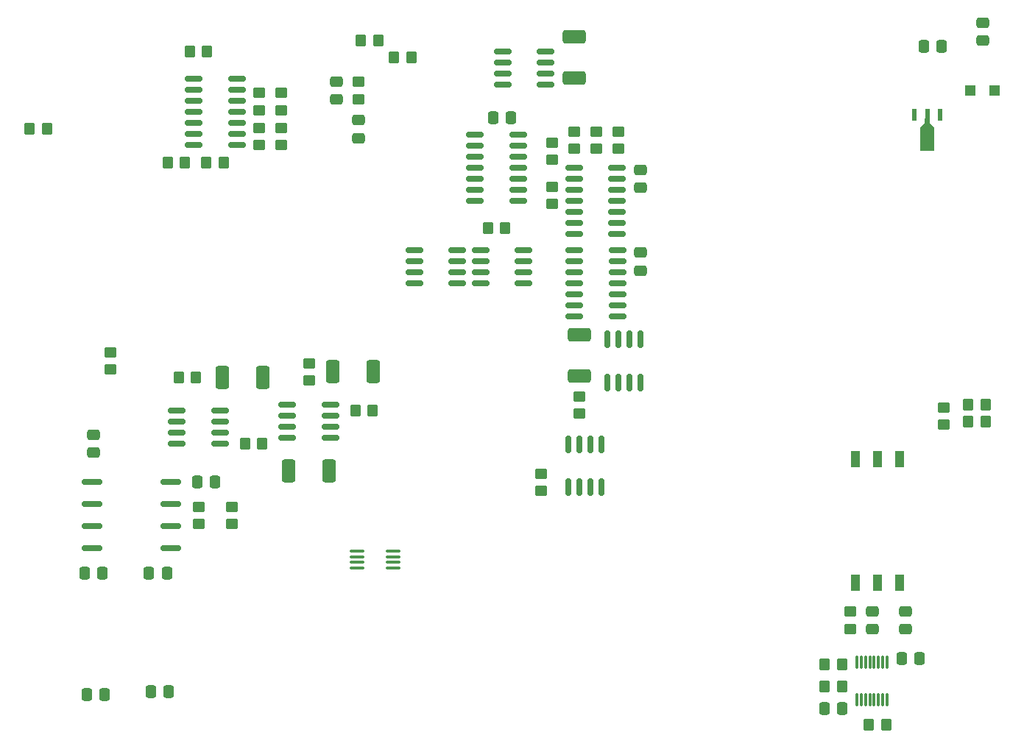
<source format=gbr>
%TF.GenerationSoftware,KiCad,Pcbnew,8.0.4*%
%TF.CreationDate,2025-02-24T12:54:05-08:00*%
%TF.ProjectId,Accumulator_Board,41636375-6d75-46c6-9174-6f725f426f61,rev?*%
%TF.SameCoordinates,Original*%
%TF.FileFunction,Paste,Top*%
%TF.FilePolarity,Positive*%
%FSLAX46Y46*%
G04 Gerber Fmt 4.6, Leading zero omitted, Abs format (unit mm)*
G04 Created by KiCad (PCBNEW 8.0.4) date 2025-02-24 12:54:05*
%MOMM*%
%LPD*%
G01*
G04 APERTURE LIST*
G04 Aperture macros list*
%AMRoundRect*
0 Rectangle with rounded corners*
0 $1 Rounding radius*
0 $2 $3 $4 $5 $6 $7 $8 $9 X,Y pos of 4 corners*
0 Add a 4 corners polygon primitive as box body*
4,1,4,$2,$3,$4,$5,$6,$7,$8,$9,$2,$3,0*
0 Add four circle primitives for the rounded corners*
1,1,$1+$1,$2,$3*
1,1,$1+$1,$4,$5*
1,1,$1+$1,$6,$7*
1,1,$1+$1,$8,$9*
0 Add four rect primitives between the rounded corners*
20,1,$1+$1,$2,$3,$4,$5,0*
20,1,$1+$1,$4,$5,$6,$7,0*
20,1,$1+$1,$6,$7,$8,$9,0*
20,1,$1+$1,$8,$9,$2,$3,0*%
G04 Aperture macros list end*
%ADD10C,0.000000*%
%ADD11RoundRect,0.249999X-0.512501X-1.075001X0.512501X-1.075001X0.512501X1.075001X-0.512501X1.075001X0*%
%ADD12RoundRect,0.250000X0.450000X-0.350000X0.450000X0.350000X-0.450000X0.350000X-0.450000X-0.350000X0*%
%ADD13RoundRect,0.250000X0.350000X0.450000X-0.350000X0.450000X-0.350000X-0.450000X0.350000X-0.450000X0*%
%ADD14RoundRect,0.250000X0.337500X0.475000X-0.337500X0.475000X-0.337500X-0.475000X0.337500X-0.475000X0*%
%ADD15RoundRect,0.250000X-0.350000X-0.450000X0.350000X-0.450000X0.350000X0.450000X-0.350000X0.450000X0*%
%ADD16RoundRect,0.150000X-0.150000X0.825000X-0.150000X-0.825000X0.150000X-0.825000X0.150000X0.825000X0*%
%ADD17RoundRect,0.249999X0.512501X1.075001X-0.512501X1.075001X-0.512501X-1.075001X0.512501X-1.075001X0*%
%ADD18RoundRect,0.250000X-0.450000X0.350000X-0.450000X-0.350000X0.450000X-0.350000X0.450000X0.350000X0*%
%ADD19RoundRect,0.249999X1.075001X-0.512501X1.075001X0.512501X-1.075001X0.512501X-1.075001X-0.512501X0*%
%ADD20R,0.533400X1.397000*%
%ADD21RoundRect,0.250000X-0.475000X0.337500X-0.475000X-0.337500X0.475000X-0.337500X0.475000X0.337500X0*%
%ADD22RoundRect,0.150000X-0.825000X-0.150000X0.825000X-0.150000X0.825000X0.150000X-0.825000X0.150000X0*%
%ADD23RoundRect,0.150000X0.825000X0.150000X-0.825000X0.150000X-0.825000X-0.150000X0.825000X-0.150000X0*%
%ADD24RoundRect,0.250000X0.475000X-0.337500X0.475000X0.337500X-0.475000X0.337500X-0.475000X-0.337500X0*%
%ADD25RoundRect,0.250000X-0.337500X-0.475000X0.337500X-0.475000X0.337500X0.475000X-0.337500X0.475000X0*%
%ADD26RoundRect,0.075000X0.075000X-0.650000X0.075000X0.650000X-0.075000X0.650000X-0.075000X-0.650000X0*%
%ADD27RoundRect,0.100000X0.712500X0.100000X-0.712500X0.100000X-0.712500X-0.100000X0.712500X-0.100000X0*%
%ADD28R,1.200000X1.200000*%
%ADD29RoundRect,0.162500X-1.012500X-0.162500X1.012500X-0.162500X1.012500X0.162500X-1.012500X0.162500X0*%
%ADD30R,1.020000X1.890000*%
G04 APERTURE END LIST*
D10*
%TO.C,U15*%
G36*
X132346700Y-40576500D02*
G01*
X132880100Y-41084500D01*
X132880100Y-43751500D01*
X131279900Y-43751500D01*
X131279900Y-41084500D01*
X131813300Y-40576500D01*
X131813300Y-40055800D01*
X132346700Y-40055800D01*
X132346700Y-40576500D01*
G37*
%TD*%
D11*
%TO.C,D5*%
X63702500Y-69215000D03*
X68377500Y-69215000D03*
%TD*%
D12*
%TO.C,R3*%
X57785000Y-39100000D03*
X57785000Y-37100000D03*
%TD*%
%TO.C,R28*%
X92075000Y-74025000D03*
X92075000Y-72025000D03*
%TD*%
D13*
%TO.C,R15*%
X138795000Y-73025000D03*
X136795000Y-73025000D03*
%TD*%
D14*
%TO.C,C10*%
X44852500Y-106045000D03*
X42777500Y-106045000D03*
%TD*%
D15*
%TO.C,R32*%
X45990000Y-69850000D03*
X47990000Y-69850000D03*
%TD*%
D16*
%TO.C,CR4*%
X94615000Y-77535000D03*
X93345000Y-77535000D03*
X92075000Y-77535000D03*
X90805000Y-77535000D03*
X90805000Y-82485000D03*
X92075000Y-82485000D03*
X93345000Y-82485000D03*
X94615000Y-82485000D03*
%TD*%
D12*
%TO.C,R27*%
X96520000Y-43545000D03*
X96520000Y-41545000D03*
%TD*%
D13*
%TO.C,R7*%
X51165000Y-45161200D03*
X49165000Y-45161200D03*
%TD*%
D14*
%TO.C,C5*%
X122322500Y-107950000D03*
X120247500Y-107950000D03*
%TD*%
D15*
%TO.C,R9*%
X47260000Y-32385000D03*
X49260000Y-32385000D03*
%TD*%
%TO.C,R11*%
X120285000Y-102870000D03*
X122285000Y-102870000D03*
%TD*%
D17*
%TO.C,D6*%
X63297500Y-80645000D03*
X58622500Y-80645000D03*
%TD*%
D18*
%TO.C,R14*%
X133985000Y-73295000D03*
X133985000Y-75295000D03*
%TD*%
D15*
%TO.C,R6*%
X44720000Y-45110400D03*
X46720000Y-45110400D03*
%TD*%
D19*
%TO.C,D7*%
X91440000Y-35357500D03*
X91440000Y-30682500D03*
%TD*%
D20*
%TO.C,U15*%
X133580000Y-39649400D03*
X132080000Y-39649400D03*
X130580000Y-39649400D03*
%TD*%
D21*
%TO.C,C17*%
X66675000Y-40237500D03*
X66675000Y-42312500D03*
%TD*%
D13*
%TO.C,R33*%
X55610000Y-77470000D03*
X53610000Y-77470000D03*
%TD*%
D22*
%TO.C,CR5*%
X45785000Y-73660000D03*
X45785000Y-74930000D03*
X45785000Y-76200000D03*
X45785000Y-77470000D03*
X50735000Y-77470000D03*
X50735000Y-76200000D03*
X50735000Y-74930000D03*
X50735000Y-73660000D03*
%TD*%
D18*
%TO.C,R29*%
X87630000Y-80915000D03*
X87630000Y-82915000D03*
%TD*%
D23*
%TO.C,CR1*%
X63435000Y-76835000D03*
X63435000Y-75565000D03*
X63435000Y-74295000D03*
X63435000Y-73025000D03*
X58485000Y-73025000D03*
X58485000Y-74295000D03*
X58485000Y-75565000D03*
X58485000Y-76835000D03*
%TD*%
D19*
%TO.C,D2*%
X92075000Y-69647500D03*
X92075000Y-64972500D03*
%TD*%
D13*
%TO.C,R18*%
X68945000Y-31115000D03*
X66945000Y-31115000D03*
%TD*%
D12*
%TO.C,R21*%
X88900000Y-44815000D03*
X88900000Y-42815000D03*
%TD*%
D24*
%TO.C,C22*%
X99060000Y-48027500D03*
X99060000Y-45952500D03*
%TD*%
D25*
%TO.C,C6*%
X129137500Y-102235000D03*
X131212500Y-102235000D03*
%TD*%
D12*
%TO.C,R5*%
X55245000Y-43130000D03*
X55245000Y-41130000D03*
%TD*%
D13*
%TO.C,R16*%
X138795000Y-74930000D03*
X136795000Y-74930000D03*
%TD*%
%TO.C,R12*%
X122285000Y-105410000D03*
X120285000Y-105410000D03*
%TD*%
D26*
%TO.C,U8*%
X123980000Y-106925000D03*
X124480000Y-106925000D03*
X124980000Y-106925000D03*
X125480000Y-106925000D03*
X125980000Y-106925000D03*
X126480000Y-106925000D03*
X126980000Y-106925000D03*
X127480000Y-106925000D03*
X127480000Y-102625000D03*
X126980000Y-102625000D03*
X126480000Y-102625000D03*
X125980000Y-102625000D03*
X125480000Y-102625000D03*
X124980000Y-102625000D03*
X124480000Y-102625000D03*
X123980000Y-102625000D03*
%TD*%
D25*
%TO.C,C18*%
X82147500Y-40005000D03*
X84222500Y-40005000D03*
%TD*%
D23*
%TO.C,CR3*%
X85660000Y-59055000D03*
X85660000Y-57785000D03*
X85660000Y-56515000D03*
X85660000Y-55245000D03*
X80710000Y-55245000D03*
X80710000Y-56515000D03*
X80710000Y-57785000D03*
X80710000Y-59055000D03*
%TD*%
D13*
%TO.C,R30*%
X83550000Y-52705000D03*
X81550000Y-52705000D03*
%TD*%
D23*
%TO.C,CR2*%
X78040000Y-59055000D03*
X78040000Y-57785000D03*
X78040000Y-56515000D03*
X78040000Y-55245000D03*
X73090000Y-55245000D03*
X73090000Y-56515000D03*
X73090000Y-57785000D03*
X73090000Y-59055000D03*
%TD*%
D15*
%TO.C,R10*%
X125365000Y-109855000D03*
X127365000Y-109855000D03*
%TD*%
D14*
%TO.C,C1*%
X50165000Y-81915000D03*
X48090000Y-81915000D03*
%TD*%
D22*
%TO.C,U7*%
X80075000Y-41910000D03*
X80075000Y-43180000D03*
X80075000Y-44450000D03*
X80075000Y-45720000D03*
X80075000Y-46990000D03*
X80075000Y-48260000D03*
X80075000Y-49530000D03*
X85025000Y-49530000D03*
X85025000Y-48260000D03*
X85025000Y-46990000D03*
X85025000Y-45720000D03*
X85025000Y-44450000D03*
X85025000Y-43180000D03*
X85025000Y-41910000D03*
%TD*%
D11*
%TO.C,D4*%
X51002500Y-69850000D03*
X55677500Y-69850000D03*
%TD*%
D24*
%TO.C,C9*%
X99060000Y-57552500D03*
X99060000Y-55477500D03*
%TD*%
D16*
%TO.C,Q1*%
X99060000Y-65470000D03*
X97790000Y-65470000D03*
X96520000Y-65470000D03*
X95250000Y-65470000D03*
X95250000Y-70420000D03*
X96520000Y-70420000D03*
X97790000Y-70420000D03*
X99060000Y-70420000D03*
%TD*%
D21*
%TO.C,C8*%
X125730000Y-96752500D03*
X125730000Y-98827500D03*
%TD*%
D25*
%TO.C,C11*%
X35390000Y-106340000D03*
X37465000Y-106340000D03*
%TD*%
D12*
%TO.C,R35*%
X38100000Y-68945000D03*
X38100000Y-66945000D03*
%TD*%
D22*
%TO.C,Q2*%
X83250000Y-32385000D03*
X83250000Y-33655000D03*
X83250000Y-34925000D03*
X83250000Y-36195000D03*
X88200000Y-36195000D03*
X88200000Y-34925000D03*
X88200000Y-33655000D03*
X88200000Y-32385000D03*
%TD*%
D21*
%TO.C,C2*%
X36195000Y-76432500D03*
X36195000Y-78507500D03*
%TD*%
D22*
%TO.C,U16*%
X91505000Y-55245000D03*
X91505000Y-56515000D03*
X91505000Y-57785000D03*
X91505000Y-59055000D03*
X91505000Y-60325000D03*
X91505000Y-61595000D03*
X91505000Y-62865000D03*
X96455000Y-62865000D03*
X96455000Y-61595000D03*
X96455000Y-60325000D03*
X96455000Y-59055000D03*
X96455000Y-57785000D03*
X96455000Y-56515000D03*
X96455000Y-55245000D03*
%TD*%
D18*
%TO.C,R1*%
X48260000Y-84725000D03*
X48260000Y-86725000D03*
%TD*%
D13*
%TO.C,R2*%
X30845000Y-41275000D03*
X28845000Y-41275000D03*
%TD*%
D23*
%TO.C,U5*%
X52690000Y-43130000D03*
X52690000Y-41860000D03*
X52690000Y-40590000D03*
X52690000Y-39320000D03*
X52690000Y-38050000D03*
X52690000Y-36780000D03*
X52690000Y-35510000D03*
X47740000Y-35510000D03*
X47740000Y-36780000D03*
X47740000Y-38050000D03*
X47740000Y-39320000D03*
X47740000Y-40590000D03*
X47740000Y-41860000D03*
X47740000Y-43130000D03*
%TD*%
D18*
%TO.C,R19*%
X88900000Y-47895000D03*
X88900000Y-49895000D03*
%TD*%
D27*
%TO.C,U6*%
X70692500Y-91780000D03*
X70692500Y-91130000D03*
X70692500Y-90480000D03*
X70692500Y-89830000D03*
X66467500Y-89830000D03*
X66467500Y-90480000D03*
X66467500Y-91130000D03*
X66467500Y-91780000D03*
%TD*%
D18*
%TO.C,R4*%
X57785000Y-41130000D03*
X57785000Y-43130000D03*
%TD*%
D28*
%TO.C,D8*%
X139830000Y-36830000D03*
X137030000Y-36830000D03*
%TD*%
D12*
%TO.C,R8*%
X55245000Y-39100000D03*
X55245000Y-37100000D03*
%TD*%
D18*
%TO.C,R36*%
X52070000Y-84725000D03*
X52070000Y-86725000D03*
%TD*%
D14*
%TO.C,C14*%
X44620000Y-92370000D03*
X42545000Y-92370000D03*
%TD*%
D12*
%TO.C,R22*%
X60960000Y-70215000D03*
X60960000Y-68215000D03*
%TD*%
D22*
%TO.C,U4*%
X91440000Y-45720000D03*
X91440000Y-46990000D03*
X91440000Y-48260000D03*
X91440000Y-49530000D03*
X91440000Y-50800000D03*
X91440000Y-52070000D03*
X91440000Y-53340000D03*
X96390000Y-53340000D03*
X96390000Y-52070000D03*
X96390000Y-50800000D03*
X96390000Y-49530000D03*
X96390000Y-48260000D03*
X96390000Y-46990000D03*
X96390000Y-45720000D03*
%TD*%
D18*
%TO.C,R26*%
X93980000Y-41545000D03*
X93980000Y-43545000D03*
%TD*%
D29*
%TO.C,U1*%
X36035000Y-81915000D03*
X36035000Y-84455000D03*
X36035000Y-86995000D03*
X36035000Y-89535000D03*
X45085000Y-89535000D03*
X45085000Y-86995000D03*
X45085000Y-84455000D03*
X45085000Y-81915000D03*
%TD*%
D24*
%TO.C,C23*%
X138430000Y-31115000D03*
X138430000Y-29040000D03*
%TD*%
D21*
%TO.C,C7*%
X129540000Y-96752500D03*
X129540000Y-98827500D03*
%TD*%
%TO.C,C20*%
X64135000Y-35792500D03*
X64135000Y-37867500D03*
%TD*%
D13*
%TO.C,R17*%
X72755000Y-33020000D03*
X70755000Y-33020000D03*
%TD*%
D18*
%TO.C,R13*%
X123190000Y-96790000D03*
X123190000Y-98790000D03*
%TD*%
D12*
%TO.C,R20*%
X91440000Y-43545000D03*
X91440000Y-41545000D03*
%TD*%
D15*
%TO.C,R31*%
X66310000Y-73660000D03*
X68310000Y-73660000D03*
%TD*%
D12*
%TO.C,R23*%
X66675000Y-37830000D03*
X66675000Y-35830000D03*
%TD*%
D14*
%TO.C,C13*%
X37232500Y-92370000D03*
X35157500Y-92370000D03*
%TD*%
D25*
%TO.C,C24*%
X131677500Y-31750000D03*
X133752500Y-31750000D03*
%TD*%
D30*
%TO.C,L1*%
X128905000Y-79215000D03*
X126365000Y-79215000D03*
X123825000Y-79215000D03*
X123825000Y-93505000D03*
X126365000Y-93505000D03*
X128905000Y-93505000D03*
%TD*%
M02*

</source>
